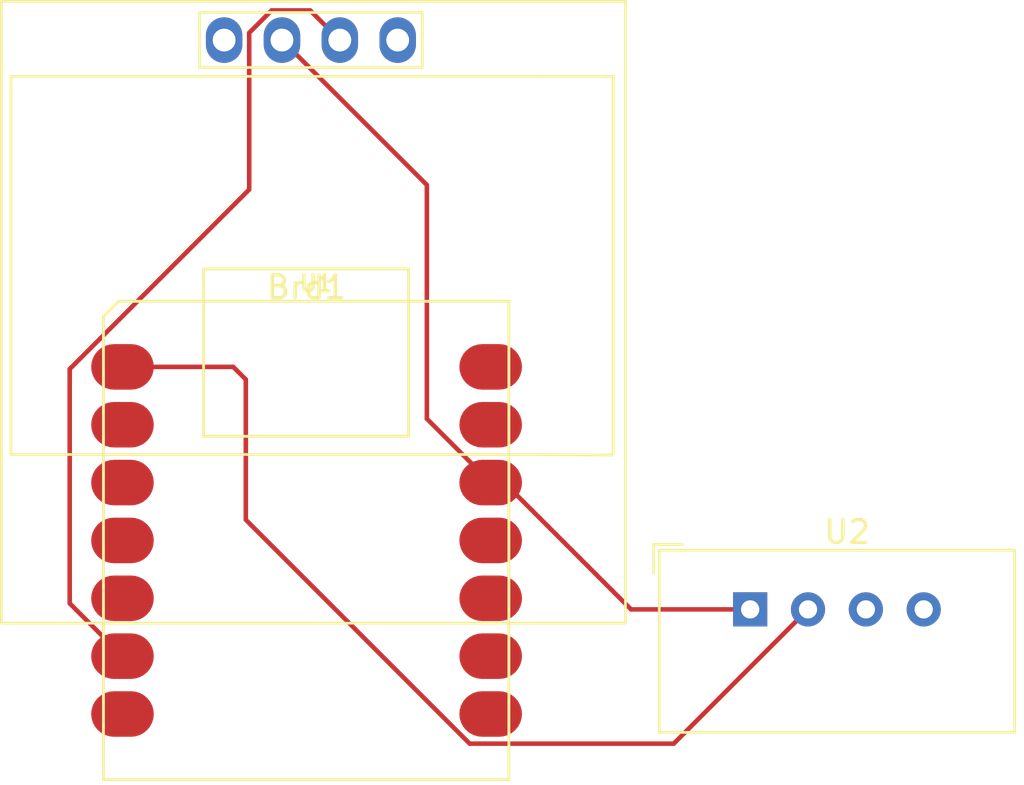
<source format=kicad_pcb>
(kicad_pcb (version 20241229) (generator "pcbnew") (generator_version "9.0")
  (layers (0 "F.Cu" signal) (2 "B.Cu" signal) (13 "F.Paste" user) (15 "B.Paste" user) (5 "F.SilkS" user "F.Silkscreen") (7 "B.SilkS" user "B.Silkscreen") (1 "F.Mask" user) (3 "B.Mask" user) (25 "Edge.Cuts" user))
  (net 0 "")
  (net 1 "GND")
  (net 2 "Net-(Brd1-SCL)")
  (net 3 "Net-(Brd1-SDA)")
  (net 4 "+3V3")
  (net 13 "Net-(U1-PA02_A0_D0)")
  (footprint "SSD1306 128x64:128x64OLED" (layer "F.Cu") (at 66.4 79.2515)
    (property "Reference" "Brd1" (at 0 0.254 0) (layer "F.SilkS"))
    (property "Value" "SSD1306")
    (fp_line (start -13.4 -12.3) (end 14 -12.3) (stroke (width 0.12)) (layer "F.SilkS"))
    (fp_line (start -13.4 15) (end -13.4 -12.3) (stroke (width 0.12)) (layer "F.SilkS"))
    (fp_line (start -12.978 -9.005) (end 10.122 -9.005) (stroke (width 0.12)) (layer "F.SilkS"))
    (fp_line (start -12.978 7.595) (end -12.978 -9.005) (stroke (width 0.12)) (layer "F.SilkS"))
    (fp_line (start -4.699 -11.811) (end -4.699 -9.398) (stroke (width 0.12)) (layer "F.SilkS"))
    (fp_line (start -4.699 -11.811) (end 5.08 -11.811) (stroke (width 0.12)) (layer "F.SilkS"))
    (fp_line (start 5.08 -11.811) (end 5.08 -9.398) (stroke (width 0.12)) (layer "F.SilkS"))
    (fp_line (start 5.08 -9.398) (end -4.699 -9.398) (stroke (width 0.12)) (layer "F.SilkS"))
    (fp_line (start 10.122 -9.005) (end 13.208 -9.005) (stroke (width 0.12)) (layer "F.SilkS"))
    (fp_line (start 10.122 7.595) (end -12.978 7.595) (stroke (width 0.12)) (layer "F.SilkS"))
    (fp_line (start 10.122 7.595) (end 13.462 7.62) (stroke (width 0.12)) (layer "F.SilkS"))
    (fp_line (start 13.462 -9.017) (end 13.208 -9.005) (stroke (width 0.12)) (layer "F.SilkS"))
    (fp_line (start 13.462 7.62) (end 13.462 -9.017) (stroke (width 0.12)) (layer "F.SilkS"))
    (fp_line (start 14 -12.3) (end 14 15) (stroke (width 0.12)) (layer "F.SilkS"))
    (fp_line (start 14 15) (end -13.4 15) (stroke (width 0.12)) (layer "F.SilkS"))
    (pad "1" thru_hole oval (at -3.62 -10.6 90) (size 2 1.6) (drill 1) (layers "*.Cu" "*.Mask") (net 1 "GND"))
    (pad "2" thru_hole oval (at -1.08 -10.6 90) (size 2 1.6) (drill 1) (layers "*.Cu" "*.Mask") (net 4 "+3V3"))
    (pad "3" thru_hole oval (at 1.46 -10.6 90) (size 2 1.6) (drill 1) (layers "*.Cu" "*.Mask") (net 2 "Net-(Brd1-SCL)"))
    (pad "4" thru_hole oval (at 4 -10.6 90) (size 2 1.6) (drill 1) (layers "*.Cu" "*.Mask") (net 3 "Net-(Brd1-SDA)"))
  )
  (footprint "Sensor:ASAIR_AM2302_P2.54mm_Vertical" (layer "F.Cu") (at 85.875 93.6465)
    (property "Reference" "U2" (at 4.26 -3.4 180) (layer "F.SilkS"))
    (property "Value" "AM2302")
    (fp_line (start -4.24 -2.85) (end -2.97 -2.85) (stroke (width 0.12)) (layer "F.SilkS"))
    (fp_line (start -4.24 -1.58) (end -4.24 -2.85) (stroke (width 0.12)) (layer "F.SilkS"))
    (fp_line (start -3.99 -2.6) (end 11.61 -2.6) (stroke (width 0.12)) (layer "F.SilkS"))
    (fp_line (start -3.99 5.4) (end -3.99 -2.6) (stroke (width 0.12)) (layer "F.SilkS"))
    (fp_line (start 11.61 -2.6) (end 11.61 5.4) (stroke (width 0.12)) (layer "F.SilkS"))
    (fp_line (start 11.61 5.4) (end -3.99 5.4) (stroke (width 0.12)) (layer "F.SilkS"))
    (pad "1" thru_hole rect (at 0 0 90) (size 1.5 1.5) (drill 0.8) (layers "*.Cu" "*.Mask") (net 4 "+3V3"))
    (pad "2" thru_hole circle (at 2.54 0 90) (size 1.5 1.5) (drill 0.8) (layers "*.Cu" "*.Mask") (net 13 "Net-(U1-PA02_A0_D0)"))
    (pad "3" thru_hole circle (at 5.08 0 90) (size 1.5 1.5) (drill 0.8) (layers "*.Cu" "*.Mask") (net 1 "GND"))
    (pad "4" thru_hole circle (at 7.62 0 90) (size 1.5 1.5) (drill 0.8) (layers "*.Cu" "*.Mask") (net 1 "GND"))
  )
  (footprint "XIAO ESP32C3:MOUDLE14P-SMD-2.54-21X17.8MM" (layer "F.Cu") (at 57.4825 101.11925)
    (property "Reference" "U1" (at 9.3345 -21.7805 0) (layer "F.SilkS") (effects (font (size 0.7 0.7))))
    (property "Value" "MOUDLE-SEEEDUINO-XIAO-ESP32C3")
    (fp_line (start 0 -20.3285) (end 0 0) (stroke (width 0.127)) (layer "F.SilkS"))
    (fp_line (start 0 0) (end 17.8 0) (stroke (width 0.127)) (layer "F.SilkS"))
    (fp_line (start 0.671541 -21) (end 0 -20.3285) (stroke (width 0.127)) (layer "F.SilkS"))
    (fp_line (start 4.396 -15.072) (end 4.396 -22.425) (stroke (width 0.127)) (layer "F.SilkS"))
    (fp_line (start 4.4 -22.424) (end 13.395 -22.424) (stroke (width 0.127)) (layer "F.SilkS"))
    (fp_line (start 13.395 -22.424) (end 13.395 -15.072) (stroke (width 0.127)) (layer "F.SilkS"))
    (fp_line (start 13.395 -15.072) (end 4.396 -15.072) (stroke (width 0.127)) (layer "F.SilkS"))
    (fp_line (start 17.8 -21) (end 0.671541 -21) (stroke (width 0.127)) (layer "F.SilkS"))
    (fp_line (start 17.8 0) (end 17.8 -21) (stroke (width 0.127)) (layer "F.SilkS"))
    (pad "1" smd roundrect (at 0.835 -18.12) (size 2.75 2) (layers "F.Cu" "F.Mask" "F.Paste") (roundrect_rratio 0.5) (net 13 "Net-(U1-PA02_A0_D0)"))
    (pad "2" smd roundrect (at 0.835 -15.58) (size 2.75 2) (layers "F.Cu" "F.Mask" "F.Paste") (roundrect_rratio 0.5))
    (pad "3" smd roundrect (at 0.835 -13.04) (size 2.75 2) (layers "F.Cu" "F.Mask" "F.Paste") (roundrect_rratio 0.5))
    (pad "4" smd roundrect (at 0.835 -10.5) (size 2.75 2) (layers "F.Cu" "F.Mask" "F.Paste") (roundrect_rratio 0.5))
    (pad "5" smd roundrect (at 0.835 -7.96) (size 2.75 2) (layers "F.Cu" "F.Mask" "F.Paste") (roundrect_rratio 0.5) (net 3 "Net-(Brd1-SDA)"))
    (pad "6" smd roundrect (at 0.835 -5.42) (size 2.75 2) (layers "F.Cu" "F.Mask" "F.Paste") (roundrect_rratio 0.5) (net 2 "Net-(Brd1-SCL)"))
    (pad "7" smd roundrect (at 0.835 -2.88) (size 2.75 2) (layers "F.Cu" "F.Mask" "F.Paste") (roundrect_rratio 0.5))
    (pad "8" smd roundrect (at 17 -2.88) (size 2.75 2) (layers "F.Cu" "F.Mask" "F.Paste") (roundrect_rratio 0.5))
    (pad "9" smd roundrect (at 17 -5.42) (size 2.75 2) (layers "F.Cu" "F.Mask" "F.Paste") (roundrect_rratio 0.5))
    (pad "10" smd roundrect (at 17 -7.96) (size 2.75 2) (layers "F.Cu" "F.Mask" "F.Paste") (roundrect_rratio 0.5))
    (pad "11" smd roundrect (at 17 -10.5) (size 2.75 2) (layers "F.Cu" "F.Mask" "F.Paste") (roundrect_rratio 0.5))
    (pad "12" smd roundrect (at 17 -13.04) (size 2.75 2) (layers "F.Cu" "F.Mask" "F.Paste") (roundrect_rratio 0.5) (net 4 "+3V3"))
    (pad "13" smd roundrect (at 17 -15.58) (size 2.75 2) (layers "F.Cu" "F.Mask" "F.Paste") (roundrect_rratio 0.5) (net 1 "GND"))
    (pad "14" smd roundrect (at 17 -18.12) (size 2.75 2) (layers "F.Cu" "F.Mask" "F.Paste") (roundrect_rratio 0.5))
  )
  (segment (start 64.863951 67.3505) (end 66.559 67.3505) (width 0.2) (layer "F.Cu") (net 2))
  (segment (start 63.881 75.213566) (end 63.881 68.333451) (width 0.2) (layer "F.Cu") (net 2))
  (segment (start 66.559 67.3505) (end 67.86 68.6515) (width 0.2) (layer "F.Cu") (net 2))
  (segment (start 56 93.38175) (end 56 83.094566) (width 0.2) (layer "F.Cu") (net 2))
  (segment (start 63.881 68.333451) (end 64.863951 67.3505) (width 0.2) (layer "F.Cu") (net 2))
  (segment (start 56 83.094566) (end 63.881 75.213566) (width 0.2) (layer "F.Cu") (net 2))
  (segment (start 58.3175 95.69925) (end 56 93.38175) (width 0.2) (layer "F.Cu") (net 2))
  (segment (start 65.32 68.6515) (end 71.6805 75.012) (width 0.2) (layer "F.Cu") (net 4))
  (segment (start 80.6465 93.6465) (end 85.875 93.6465) (width 0.2) (layer "F.Cu") (net 4))
  (segment (start 71.6805 85.27725) (end 74.4825 88.07925) (width 0.2) (layer "F.Cu") (net 4))
  (segment (start 74.4825 88.07925) (end 75.07925 88.07925) (width 0.2) (layer "F.Cu") (net 4))
  (segment (start 75.07925 88.07925) (end 80.6465 93.6465) (width 0.2) (layer "F.Cu") (net 4))
  (segment (start 71.6805 75.012) (end 71.6805 85.27725) (width 0.2) (layer "F.Cu") (net 4))
  (segment (start 63.7315 83.551414) (end 63.179336 82.99925) (width 0.2) (layer "F.Cu") (net 13))
  (segment (start 63.179336 82.99925) (end 58.3175 82.99925) (width 0.2) (layer "F.Cu") (net 13))
  (segment (start 73.561316 99.54025) (end 63.7315 89.710434) (width 0.2) (layer "F.Cu") (net 13))
  (segment (start 82.52125 99.54025) (end 73.561316 99.54025) (width 0.2) (layer "F.Cu") (net 13))
  (segment (start 88.415 93.6465) (end 82.52125 99.54025) (width 0.2) (layer "F.Cu") (net 13))
  (segment (start 63.7315 89.710434) (end 63.7315 83.551414) (width 0.2) (layer "F.Cu") (net 13))
)
</source>
